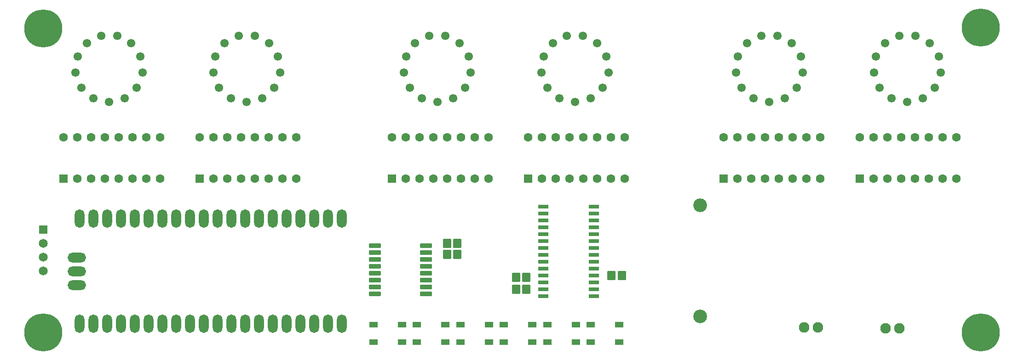
<source format=gbr>
%TF.GenerationSoftware,KiCad,Pcbnew,7.0.5-0*%
%TF.CreationDate,2023-07-07T16:59:40-04:00*%
%TF.ProjectId,nixie,6e697869-652e-46b6-9963-61645f706362,rev?*%
%TF.SameCoordinates,Original*%
%TF.FileFunction,Soldermask,Top*%
%TF.FilePolarity,Negative*%
%FSLAX46Y46*%
G04 Gerber Fmt 4.6, Leading zero omitted, Abs format (unit mm)*
G04 Created by KiCad (PCBNEW 7.0.5-0) date 2023-07-07 16:59:40*
%MOMM*%
%LPD*%
G01*
G04 APERTURE LIST*
G04 Aperture macros list*
%AMRoundRect*
0 Rectangle with rounded corners*
0 $1 Rounding radius*
0 $2 $3 $4 $5 $6 $7 $8 $9 X,Y pos of 4 corners*
0 Add a 4 corners polygon primitive as box body*
4,1,4,$2,$3,$4,$5,$6,$7,$8,$9,$2,$3,0*
0 Add four circle primitives for the rounded corners*
1,1,$1+$1,$2,$3*
1,1,$1+$1,$4,$5*
1,1,$1+$1,$6,$7*
1,1,$1+$1,$8,$9*
0 Add four rect primitives between the rounded corners*
20,1,$1+$1,$2,$3,$4,$5,0*
20,1,$1+$1,$4,$5,$6,$7,0*
20,1,$1+$1,$6,$7,$8,$9,0*
20,1,$1+$1,$8,$9,$2,$3,0*%
G04 Aperture macros list end*
%ADD10C,0.800000*%
%ADD11C,7.000000*%
%ADD12RoundRect,0.101600X-0.962500X-0.325000X0.962500X-0.325000X0.962500X0.325000X-0.962500X0.325000X0*%
%ADD13R,1.550000X1.000000*%
%ADD14RoundRect,0.101600X0.650000X0.750000X-0.650000X0.750000X-0.650000X-0.750000X0.650000X-0.750000X0*%
%ADD15RoundRect,0.101600X-0.650000X-0.750000X0.650000X-0.750000X0.650000X0.750000X-0.650000X0.750000X0*%
%ADD16R,1.650000X1.650000*%
%ADD17C,1.650000*%
%ADD18RoundRect,0.101600X-0.700000X-0.700000X0.700000X-0.700000X0.700000X0.700000X-0.700000X0.700000X0*%
%ADD19C,1.603200*%
%ADD20O,1.803200X3.403200*%
%ADD21O,3.403200X1.803200*%
%ADD22O,2.519200X2.519200*%
%ADD23C,2.519200*%
%ADD24R,1.850000X0.650000*%
%ADD25C,1.551200*%
%ADD26C,1.950000*%
G04 APERTURE END LIST*
D10*
%TO.C,H2*%
X67375000Y-138400000D03*
X68143845Y-136543845D03*
X68143845Y-140256155D03*
X70000000Y-135775000D03*
D11*
X70000000Y-138400000D03*
D10*
X70000000Y-141025000D03*
X71856155Y-136543845D03*
X71856155Y-140256155D03*
X72625000Y-138400000D03*
%TD*%
D12*
%TO.C,IC6*%
X131000000Y-122380000D03*
X131000000Y-123650000D03*
X131000000Y-124920000D03*
X131000000Y-126190000D03*
X131000000Y-127460000D03*
X131000000Y-128730000D03*
X131000000Y-130000000D03*
X131000000Y-131270000D03*
X140424000Y-131270000D03*
X140424000Y-130000000D03*
X140424000Y-128730000D03*
X140424000Y-127460000D03*
X140424000Y-126190000D03*
X140424000Y-124920000D03*
X140424000Y-123650000D03*
X140424000Y-122380000D03*
%TD*%
D13*
%TO.C,S1*%
X136000000Y-137000000D03*
X130750000Y-137000000D03*
X130750000Y-140200000D03*
X136000000Y-140200000D03*
%TD*%
%TO.C,S5*%
X168000000Y-137000000D03*
X162750000Y-137000000D03*
X162750000Y-140200000D03*
X168000000Y-140200000D03*
%TD*%
D14*
%TO.C,R9*%
X158900000Y-130445000D03*
X157000000Y-130445000D03*
%TD*%
D10*
%TO.C,H3*%
X239875000Y-82200000D03*
X240643845Y-80343845D03*
X240643845Y-84056155D03*
X242500000Y-79575000D03*
D11*
X242500000Y-82200000D03*
D10*
X242500000Y-84825000D03*
X244356155Y-80343845D03*
X244356155Y-84056155D03*
X245125000Y-82200000D03*
%TD*%
D15*
%TO.C,R5*%
X144298000Y-122000000D03*
X146198000Y-122000000D03*
%TD*%
D16*
%TO.C,J1*%
X70000000Y-119460000D03*
D17*
X70000000Y-122000000D03*
X70000000Y-124540000D03*
X70000000Y-127080000D03*
%TD*%
D18*
%TO.C,IC3*%
X134126600Y-110037000D03*
D19*
X136666600Y-110037000D03*
X139206600Y-110037000D03*
X141746600Y-110037000D03*
X144286600Y-110037000D03*
X146826600Y-110037000D03*
X149366600Y-110037000D03*
X151906600Y-110037000D03*
X151906600Y-102417000D03*
X149366600Y-102417000D03*
X146826600Y-102417000D03*
X144286600Y-102417000D03*
X141746600Y-102417000D03*
X139206600Y-102417000D03*
X136666600Y-102417000D03*
X134126600Y-102417000D03*
%TD*%
D10*
%TO.C,H1*%
X67375000Y-82375000D03*
X68143845Y-80518845D03*
X68143845Y-84231155D03*
X70000000Y-79750000D03*
D11*
X70000000Y-82375000D03*
D10*
X70000000Y-85000000D03*
X71856155Y-80518845D03*
X71856155Y-84231155D03*
X72625000Y-82375000D03*
%TD*%
%TO.C,H4*%
X239875000Y-138400000D03*
X240643845Y-136543845D03*
X240643845Y-140256155D03*
X242500000Y-135775000D03*
D11*
X242500000Y-138400000D03*
D10*
X242500000Y-141025000D03*
X244356155Y-136543845D03*
X244356155Y-140256155D03*
X245125000Y-138400000D03*
%TD*%
D20*
%TO.C,Pi1*%
X114780000Y-136800000D03*
X117320000Y-136800000D03*
X112240000Y-136800000D03*
X107160000Y-136800000D03*
X119860000Y-117420000D03*
X107160000Y-117420000D03*
X94460000Y-117420000D03*
X81760000Y-117420000D03*
D21*
X76110000Y-127110000D03*
D20*
X81760000Y-136800000D03*
X94460000Y-136800000D03*
X119860000Y-136800000D03*
X124940000Y-117420000D03*
X122400000Y-117420000D03*
X117320000Y-117420000D03*
X114780000Y-117420000D03*
X112240000Y-117420000D03*
X109700000Y-117420000D03*
X104620000Y-117420000D03*
X102080000Y-117420000D03*
X99540000Y-117420000D03*
X97000000Y-117420000D03*
X91920000Y-117420000D03*
X89380000Y-117420000D03*
X86840000Y-117420000D03*
X84300000Y-117420000D03*
X79220000Y-117420000D03*
X76680000Y-117420000D03*
X76680000Y-136800000D03*
X79220000Y-136800000D03*
X84300000Y-136800000D03*
X86840000Y-136800000D03*
X89380000Y-136800000D03*
X91920000Y-136800000D03*
X97000000Y-136800000D03*
X102080000Y-136800000D03*
X104620000Y-136800000D03*
X109700000Y-136800000D03*
X99540000Y-136800000D03*
D21*
X76110000Y-124570000D03*
X76110000Y-129650000D03*
D20*
X124940000Y-136800000D03*
X122400000Y-136800000D03*
%TD*%
D13*
%TO.C,S3*%
X152000000Y-137000000D03*
X146750000Y-137000000D03*
X146750000Y-140200000D03*
X152000000Y-140200000D03*
%TD*%
%TO.C,S6*%
X176000000Y-137000000D03*
X170750000Y-137000000D03*
X170750000Y-140200000D03*
X176000000Y-140200000D03*
%TD*%
D22*
%TO.C,BAT1*%
X190900000Y-114930000D03*
D23*
X190900000Y-135430000D03*
%TD*%
D14*
%TO.C,R10*%
X158866000Y-128245000D03*
X156966000Y-128245000D03*
%TD*%
D18*
%TO.C,IC8*%
X220266000Y-110037000D03*
D19*
X222806000Y-110037000D03*
X225346000Y-110037000D03*
X227886000Y-110037000D03*
X230426000Y-110037000D03*
X232966000Y-110037000D03*
X235506000Y-110037000D03*
X238046000Y-110037000D03*
X238046000Y-102417000D03*
X235506000Y-102417000D03*
X232966000Y-102417000D03*
X230426000Y-102417000D03*
X227886000Y-102417000D03*
X225346000Y-102417000D03*
X222806000Y-102417000D03*
X220266000Y-102417000D03*
%TD*%
D18*
%TO.C,IC7*%
X195226000Y-110037000D03*
D19*
X197766000Y-110037000D03*
X200306000Y-110037000D03*
X202846000Y-110037000D03*
X205386000Y-110037000D03*
X207926000Y-110037000D03*
X210466000Y-110037000D03*
X213006000Y-110037000D03*
X213006000Y-102417000D03*
X210466000Y-102417000D03*
X207926000Y-102417000D03*
X205386000Y-102417000D03*
X202846000Y-102417000D03*
X200306000Y-102417000D03*
X197766000Y-102417000D03*
X195226000Y-102417000D03*
%TD*%
D24*
%TO.C,IC5*%
X162000000Y-115190000D03*
X162000000Y-116460000D03*
X162000000Y-117730000D03*
X162000000Y-119000000D03*
X162000000Y-120270000D03*
X162000000Y-121540000D03*
X162000000Y-122810000D03*
X162000000Y-124080000D03*
X162000000Y-125350000D03*
X162000000Y-126620000D03*
X162000000Y-127890000D03*
X162000000Y-129160000D03*
X162000000Y-130430000D03*
X162000000Y-131700000D03*
X171350000Y-131700000D03*
X171350000Y-130430000D03*
X171350000Y-129160000D03*
X171350000Y-127890000D03*
X171350000Y-126620000D03*
X171350000Y-125350000D03*
X171350000Y-124080000D03*
X171350000Y-122810000D03*
X171350000Y-121540000D03*
X171350000Y-120270000D03*
X171350000Y-119000000D03*
X171350000Y-117730000D03*
X171350000Y-116460000D03*
X171350000Y-115190000D03*
%TD*%
D15*
%TO.C,R11*%
X174550000Y-127900000D03*
X176450000Y-127900000D03*
%TD*%
D13*
%TO.C,S2*%
X144000000Y-137000000D03*
X138750000Y-137000000D03*
X138750000Y-140200000D03*
X144000000Y-140200000D03*
%TD*%
D18*
%TO.C,IC4*%
X159188600Y-110017000D03*
D19*
X161728600Y-110017000D03*
X164268600Y-110017000D03*
X166808600Y-110017000D03*
X169348600Y-110017000D03*
X171888600Y-110017000D03*
X174428600Y-110017000D03*
X176968600Y-110017000D03*
X176968600Y-102397000D03*
X174428600Y-102397000D03*
X171888600Y-102397000D03*
X169348600Y-102397000D03*
X166808600Y-102397000D03*
X164268600Y-102397000D03*
X161728600Y-102397000D03*
X159188600Y-102397000D03*
%TD*%
D18*
%TO.C,IC2*%
X98764600Y-110037000D03*
D19*
X101304600Y-110037000D03*
X103844600Y-110037000D03*
X106384600Y-110037000D03*
X108924600Y-110037000D03*
X111464600Y-110037000D03*
X114004600Y-110037000D03*
X116544600Y-110037000D03*
X116544600Y-102417000D03*
X114004600Y-102417000D03*
X111464600Y-102417000D03*
X108924600Y-102417000D03*
X106384600Y-102417000D03*
X103844600Y-102417000D03*
X101304600Y-102417000D03*
X98764600Y-102417000D03*
%TD*%
D15*
%TO.C,R6*%
X144298000Y-124000000D03*
X146198000Y-124000000D03*
%TD*%
D18*
%TO.C,IC1*%
X73682600Y-110037000D03*
D19*
X76222600Y-110037000D03*
X78762600Y-110037000D03*
X81302600Y-110037000D03*
X83842600Y-110037000D03*
X86382600Y-110037000D03*
X88922600Y-110037000D03*
X91462600Y-110037000D03*
X91462600Y-102417000D03*
X88922600Y-102417000D03*
X86382600Y-102417000D03*
X83842600Y-102417000D03*
X81302600Y-102417000D03*
X78762600Y-102417000D03*
X76222600Y-102417000D03*
X73682600Y-102417000D03*
%TD*%
D13*
%TO.C,S4*%
X160000000Y-137000000D03*
X154750000Y-137000000D03*
X154750000Y-140200000D03*
X160000000Y-140200000D03*
%TD*%
D25*
%TO.C,N6*%
X223895200Y-93252400D03*
X234083600Y-93252400D03*
X235134200Y-90482200D03*
X234777100Y-87541100D03*
X233094100Y-85102900D03*
X230470700Y-83726000D03*
X227508100Y-83726000D03*
X224884700Y-85102900D03*
X223201700Y-87541100D03*
X222844600Y-90482200D03*
X228989400Y-95926000D03*
X226112800Y-95217000D03*
X231866000Y-95217000D03*
%TD*%
D26*
%TO.C,J4*%
X225000000Y-137600000D03*
X227540000Y-137600000D03*
%TD*%
D25*
%TO.C,N4*%
X162750400Y-93233300D03*
X172938800Y-93233300D03*
X173989400Y-90463100D03*
X173632300Y-87522000D03*
X171949300Y-85083800D03*
X169325900Y-83706900D03*
X166363300Y-83706900D03*
X163739900Y-85083800D03*
X162056900Y-87522000D03*
X161699800Y-90463100D03*
X167844600Y-95906900D03*
X164968000Y-95197900D03*
X170721200Y-95197900D03*
%TD*%
D26*
%TO.C,J3*%
X210000000Y-137500000D03*
X212540000Y-137500000D03*
%TD*%
D25*
%TO.C,N5*%
X198506000Y-93233300D03*
X208694400Y-93233300D03*
X209745000Y-90463100D03*
X209387900Y-87522000D03*
X207704900Y-85083800D03*
X205081500Y-83706900D03*
X202118900Y-83706900D03*
X199495500Y-85083800D03*
X197812500Y-87522000D03*
X197455400Y-90463100D03*
X203600200Y-95906900D03*
X200723600Y-95197900D03*
X206476800Y-95197900D03*
%TD*%
%TO.C,N3*%
X137428600Y-93233300D03*
X147617000Y-93233300D03*
X148667600Y-90463100D03*
X148310500Y-87522000D03*
X146627500Y-85083800D03*
X144004100Y-83706900D03*
X141041500Y-83706900D03*
X138418100Y-85083800D03*
X136735100Y-87522000D03*
X136378000Y-90463100D03*
X142522800Y-95906900D03*
X139646200Y-95197900D03*
X145399400Y-95197900D03*
%TD*%
%TO.C,N1*%
X76984600Y-93233300D03*
X87173000Y-93233300D03*
X88223600Y-90463100D03*
X87866500Y-87522000D03*
X86183500Y-85083800D03*
X83560100Y-83706900D03*
X80597500Y-83706900D03*
X77974100Y-85083800D03*
X76291100Y-87522000D03*
X75934000Y-90463100D03*
X82078800Y-95906900D03*
X79202200Y-95197900D03*
X84955400Y-95197900D03*
%TD*%
%TO.C,N2*%
X102306400Y-93233300D03*
X112494800Y-93233300D03*
X113545400Y-90463100D03*
X113188300Y-87522000D03*
X111505300Y-85083800D03*
X108881900Y-83706900D03*
X105919300Y-83706900D03*
X103295900Y-85083800D03*
X101612900Y-87522000D03*
X101255800Y-90463100D03*
X107400600Y-95906900D03*
X104524000Y-95197900D03*
X110277200Y-95197900D03*
%TD*%
M02*

</source>
